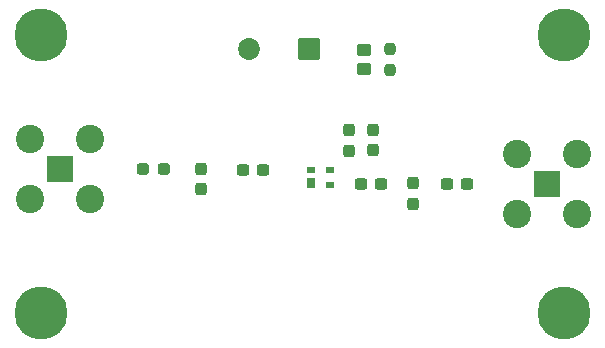
<source format=gbr>
%TF.GenerationSoftware,KiCad,Pcbnew,7.0.5*%
%TF.CreationDate,2023-11-04T20:08:50-04:00*%
%TF.ProjectId,LNA,4c4e412e-6b69-4636-9164-5f7063625858,rev?*%
%TF.SameCoordinates,Original*%
%TF.FileFunction,Soldermask,Top*%
%TF.FilePolarity,Negative*%
%FSLAX46Y46*%
G04 Gerber Fmt 4.6, Leading zero omitted, Abs format (unit mm)*
G04 Created by KiCad (PCBNEW 7.0.5) date 2023-11-04 20:08:50*
%MOMM*%
%LPD*%
G01*
G04 APERTURE LIST*
G04 Aperture macros list*
%AMRoundRect*
0 Rectangle with rounded corners*
0 $1 Rounding radius*
0 $2 $3 $4 $5 $6 $7 $8 $9 X,Y pos of 4 corners*
0 Add a 4 corners polygon primitive as box body*
4,1,4,$2,$3,$4,$5,$6,$7,$8,$9,$2,$3,0*
0 Add four circle primitives for the rounded corners*
1,1,$1+$1,$2,$3*
1,1,$1+$1,$4,$5*
1,1,$1+$1,$6,$7*
1,1,$1+$1,$8,$9*
0 Add four rect primitives between the rounded corners*
20,1,$1+$1,$2,$3,$4,$5,0*
20,1,$1+$1,$4,$5,$6,$7,0*
20,1,$1+$1,$6,$7,$8,$9,0*
20,1,$1+$1,$8,$9,$2,$3,0*%
G04 Aperture macros list end*
%ADD10RoundRect,0.237500X-0.300000X-0.237500X0.300000X-0.237500X0.300000X0.237500X-0.300000X0.237500X0*%
%ADD11RoundRect,0.237500X-0.287500X-0.237500X0.287500X-0.237500X0.287500X0.237500X-0.287500X0.237500X0*%
%ADD12RoundRect,0.237500X0.300000X0.237500X-0.300000X0.237500X-0.300000X-0.237500X0.300000X-0.237500X0*%
%ADD13RoundRect,0.237500X-0.237500X0.300000X-0.237500X-0.300000X0.237500X-0.300000X0.237500X0.300000X0*%
%ADD14RoundRect,0.237500X0.237500X-0.300000X0.237500X0.300000X-0.237500X0.300000X-0.237500X-0.300000X0*%
%ADD15R,2.250000X2.250000*%
%ADD16C,2.400000*%
%ADD17C,4.500000*%
%ADD18RoundRect,0.102000X-0.825000X-0.825000X0.825000X-0.825000X0.825000X0.825000X-0.825000X0.825000X0*%
%ADD19C,1.854000*%
%ADD20R,0.800000X0.600000*%
%ADD21R,0.800000X0.900000*%
%ADD22RoundRect,0.102000X0.465000X-0.405000X0.465000X0.405000X-0.465000X0.405000X-0.465000X-0.405000X0*%
%ADD23RoundRect,0.237500X0.237500X-0.287500X0.237500X0.287500X-0.237500X0.287500X-0.237500X-0.287500X0*%
%ADD24RoundRect,0.237500X-0.237500X0.250000X-0.237500X-0.250000X0.237500X-0.250000X0.237500X0.250000X0*%
G04 APERTURE END LIST*
D10*
%TO.C,C5*%
X184117500Y-119960000D03*
X185842500Y-119960000D03*
%TD*%
D11*
%TO.C,L1*%
X158415000Y-118740000D03*
X160165000Y-118740000D03*
%TD*%
D12*
%TO.C,C2*%
X168602500Y-118790000D03*
X166877500Y-118790000D03*
%TD*%
D13*
%TO.C,C1*%
X163330000Y-118717500D03*
X163330000Y-120442500D03*
%TD*%
D14*
%TO.C,C4*%
X175890000Y-117182500D03*
X175890000Y-115457500D03*
%TD*%
D15*
%TO.C,J2*%
X151355000Y-118710000D03*
D16*
X153895000Y-121250000D03*
X153895000Y-116170000D03*
X148815000Y-116170000D03*
X148815000Y-121250000D03*
%TD*%
D17*
%TO.C,*%
X149770000Y-130930000D03*
%TD*%
D18*
%TO.C,J1*%
X172420000Y-108600000D03*
D19*
X167420000Y-108600000D03*
%TD*%
D20*
%TO.C,IC1*%
X172640000Y-118780000D03*
D21*
X172640000Y-119930000D03*
D20*
X174240000Y-120080000D03*
X174240000Y-118780000D03*
%TD*%
D22*
%TO.C,D1*%
X177130000Y-108630000D03*
X177130000Y-110250000D03*
%TD*%
D23*
%TO.C,L2*%
X181300000Y-121695000D03*
X181300000Y-119945000D03*
%TD*%
D24*
%TO.C,R1*%
X179280000Y-108537500D03*
X179280000Y-110362500D03*
%TD*%
D14*
%TO.C,C6*%
X177910000Y-117112500D03*
X177910000Y-115387500D03*
%TD*%
D17*
%TO.C,*%
X194020000Y-130930000D03*
%TD*%
%TO.C,*%
X149770000Y-107350000D03*
%TD*%
D12*
%TO.C,C3*%
X178552500Y-120010000D03*
X176827500Y-120010000D03*
%TD*%
D15*
%TO.C,J3*%
X192575000Y-120000000D03*
D16*
X190035000Y-117460000D03*
X190035000Y-122540000D03*
X195115000Y-122540000D03*
X195115000Y-117460000D03*
%TD*%
D17*
%TO.C,*%
X194020000Y-107350000D03*
%TD*%
M02*

</source>
